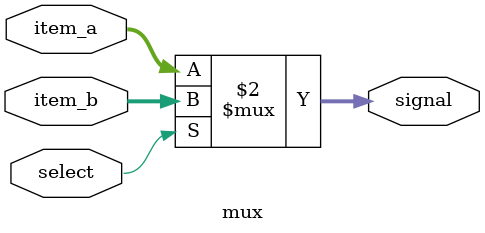
<source format=v>
`timescale 1ns / 1ps
module mux
	#(
		parameter B=32 // ancho de palabra en bits
	)
	(
		input wire select,
		input wire [B-1:0] item_a,
		input wire [B-1:0] item_b,
		output wire [B-1:0] signal
   );
	
	assign signal = ( select == 0 )? item_a : item_b;

endmodule

</source>
